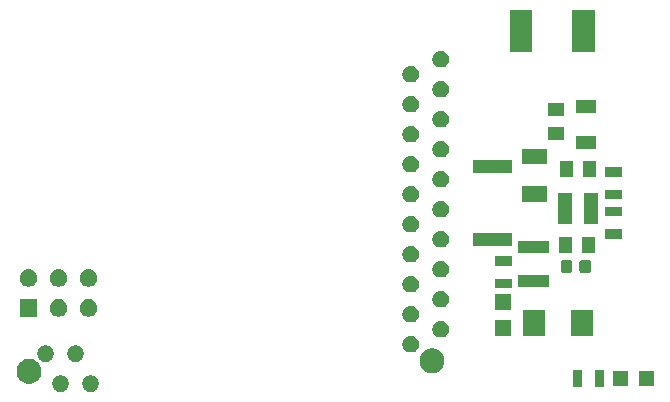
<source format=gbs>
G04 #@! TF.GenerationSoftware,KiCad,Pcbnew,(5.1.4-0-10_14)*
G04 #@! TF.CreationDate,2020-01-14T22:28:18-05:00*
G04 #@! TF.ProjectId,throttle,7468726f-7474-46c6-952e-6b696361645f,rev?*
G04 #@! TF.SameCoordinates,Original*
G04 #@! TF.FileFunction,Soldermask,Bot*
G04 #@! TF.FilePolarity,Negative*
%FSLAX46Y46*%
G04 Gerber Fmt 4.6, Leading zero omitted, Abs format (unit mm)*
G04 Created by KiCad (PCBNEW (5.1.4-0-10_14)) date 2020-01-14 22:28:18*
%MOMM*%
%LPD*%
G04 APERTURE LIST*
%ADD10C,0.100000*%
G04 APERTURE END LIST*
D10*
G36*
X83440273Y-93356738D02*
G01*
X83567849Y-93409582D01*
X83682659Y-93486295D01*
X83780305Y-93583941D01*
X83857018Y-93698751D01*
X83909862Y-93826327D01*
X83936800Y-93961756D01*
X83936800Y-94099844D01*
X83909862Y-94235273D01*
X83857018Y-94362849D01*
X83780305Y-94477659D01*
X83682659Y-94575305D01*
X83567849Y-94652018D01*
X83440273Y-94704862D01*
X83304844Y-94731800D01*
X83166756Y-94731800D01*
X83031327Y-94704862D01*
X82903751Y-94652018D01*
X82788941Y-94575305D01*
X82691295Y-94477659D01*
X82614582Y-94362849D01*
X82561738Y-94235273D01*
X82534800Y-94099844D01*
X82534800Y-93961756D01*
X82561738Y-93826327D01*
X82614582Y-93698751D01*
X82691295Y-93583941D01*
X82788941Y-93486295D01*
X82903751Y-93409582D01*
X83031327Y-93356738D01*
X83166756Y-93329800D01*
X83304844Y-93329800D01*
X83440273Y-93356738D01*
X83440273Y-93356738D01*
G37*
G36*
X80900273Y-93356738D02*
G01*
X81027849Y-93409582D01*
X81142659Y-93486295D01*
X81240305Y-93583941D01*
X81317018Y-93698751D01*
X81369862Y-93826327D01*
X81396800Y-93961756D01*
X81396800Y-94099844D01*
X81369862Y-94235273D01*
X81317018Y-94362849D01*
X81240305Y-94477659D01*
X81142659Y-94575305D01*
X81027849Y-94652018D01*
X80900273Y-94704862D01*
X80764844Y-94731800D01*
X80626756Y-94731800D01*
X80491327Y-94704862D01*
X80363751Y-94652018D01*
X80248941Y-94575305D01*
X80151295Y-94477659D01*
X80074582Y-94362849D01*
X80021738Y-94235273D01*
X79994800Y-94099844D01*
X79994800Y-93961756D01*
X80021738Y-93826327D01*
X80074582Y-93698751D01*
X80151295Y-93583941D01*
X80248941Y-93486295D01*
X80363751Y-93409582D01*
X80491327Y-93356738D01*
X80626756Y-93329800D01*
X80764844Y-93329800D01*
X80900273Y-93356738D01*
X80900273Y-93356738D01*
G37*
G36*
X126747200Y-94302800D02*
G01*
X125945200Y-94302800D01*
X125945200Y-92900800D01*
X126747200Y-92900800D01*
X126747200Y-94302800D01*
X126747200Y-94302800D01*
G37*
G36*
X124847200Y-94302800D02*
G01*
X124045200Y-94302800D01*
X124045200Y-92900800D01*
X124847200Y-92900800D01*
X124847200Y-94302800D01*
X124847200Y-94302800D01*
G37*
G36*
X130947200Y-94252800D02*
G01*
X129645200Y-94252800D01*
X129645200Y-92950800D01*
X130947200Y-92950800D01*
X130947200Y-94252800D01*
X130947200Y-94252800D01*
G37*
G36*
X128747200Y-94252800D02*
G01*
X127445200Y-94252800D01*
X127445200Y-92950800D01*
X128747200Y-92950800D01*
X128747200Y-94252800D01*
X128747200Y-94252800D01*
G37*
G36*
X78332364Y-91980189D02*
G01*
X78523633Y-92059415D01*
X78523635Y-92059416D01*
X78695773Y-92174435D01*
X78842165Y-92320827D01*
X78899453Y-92406564D01*
X78957185Y-92492967D01*
X79036411Y-92684236D01*
X79076800Y-92887284D01*
X79076800Y-93094316D01*
X79036411Y-93297364D01*
X79011817Y-93356739D01*
X78957184Y-93488635D01*
X78842165Y-93660773D01*
X78695773Y-93807165D01*
X78523635Y-93922184D01*
X78523634Y-93922185D01*
X78523633Y-93922185D01*
X78332364Y-94001411D01*
X78129316Y-94041800D01*
X77922284Y-94041800D01*
X77719236Y-94001411D01*
X77527967Y-93922185D01*
X77527966Y-93922185D01*
X77527965Y-93922184D01*
X77355827Y-93807165D01*
X77209435Y-93660773D01*
X77094416Y-93488635D01*
X77039783Y-93356739D01*
X77015189Y-93297364D01*
X76974800Y-93094316D01*
X76974800Y-92887284D01*
X77015189Y-92684236D01*
X77094415Y-92492967D01*
X77152148Y-92406564D01*
X77209435Y-92320827D01*
X77355827Y-92174435D01*
X77527965Y-92059416D01*
X77527967Y-92059415D01*
X77719236Y-91980189D01*
X77922284Y-91939800D01*
X78129316Y-91939800D01*
X78332364Y-91980189D01*
X78332364Y-91980189D01*
G37*
G36*
X112456564Y-91089389D02*
G01*
X112647833Y-91168615D01*
X112647835Y-91168616D01*
X112819973Y-91283635D01*
X112966365Y-91430027D01*
X113053105Y-91559842D01*
X113081385Y-91602167D01*
X113160611Y-91793436D01*
X113201000Y-91996484D01*
X113201000Y-92203516D01*
X113160611Y-92406564D01*
X113081385Y-92597833D01*
X113081384Y-92597835D01*
X112966365Y-92769973D01*
X112819973Y-92916365D01*
X112647835Y-93031384D01*
X112647834Y-93031385D01*
X112647833Y-93031385D01*
X112456564Y-93110611D01*
X112253516Y-93151000D01*
X112046484Y-93151000D01*
X111843436Y-93110611D01*
X111652167Y-93031385D01*
X111652166Y-93031385D01*
X111652165Y-93031384D01*
X111480027Y-92916365D01*
X111333635Y-92769973D01*
X111218616Y-92597835D01*
X111218615Y-92597833D01*
X111139389Y-92406564D01*
X111099000Y-92203516D01*
X111099000Y-91996484D01*
X111139389Y-91793436D01*
X111218615Y-91602167D01*
X111246896Y-91559842D01*
X111333635Y-91430027D01*
X111480027Y-91283635D01*
X111652165Y-91168616D01*
X111652167Y-91168615D01*
X111843436Y-91089389D01*
X112046484Y-91049000D01*
X112253516Y-91049000D01*
X112456564Y-91089389D01*
X112456564Y-91089389D01*
G37*
G36*
X82170273Y-90816738D02*
G01*
X82297849Y-90869582D01*
X82412659Y-90946295D01*
X82510305Y-91043941D01*
X82587018Y-91158751D01*
X82639862Y-91286327D01*
X82666800Y-91421756D01*
X82666800Y-91559844D01*
X82639862Y-91695273D01*
X82587018Y-91822849D01*
X82510305Y-91937659D01*
X82412659Y-92035305D01*
X82297849Y-92112018D01*
X82170273Y-92164862D01*
X82034844Y-92191800D01*
X81896756Y-92191800D01*
X81761327Y-92164862D01*
X81633751Y-92112018D01*
X81518941Y-92035305D01*
X81421295Y-91937659D01*
X81344582Y-91822849D01*
X81291738Y-91695273D01*
X81264800Y-91559844D01*
X81264800Y-91421756D01*
X81291738Y-91286327D01*
X81344582Y-91158751D01*
X81421295Y-91043941D01*
X81518941Y-90946295D01*
X81633751Y-90869582D01*
X81761327Y-90816738D01*
X81896756Y-90789800D01*
X82034844Y-90789800D01*
X82170273Y-90816738D01*
X82170273Y-90816738D01*
G37*
G36*
X79630273Y-90816738D02*
G01*
X79757849Y-90869582D01*
X79872659Y-90946295D01*
X79970305Y-91043941D01*
X80047018Y-91158751D01*
X80099862Y-91286327D01*
X80126800Y-91421756D01*
X80126800Y-91559844D01*
X80099862Y-91695273D01*
X80047018Y-91822849D01*
X79970305Y-91937659D01*
X79872659Y-92035305D01*
X79757849Y-92112018D01*
X79630273Y-92164862D01*
X79494844Y-92191800D01*
X79356756Y-92191800D01*
X79221327Y-92164862D01*
X79093751Y-92112018D01*
X78978941Y-92035305D01*
X78881295Y-91937659D01*
X78804582Y-91822849D01*
X78751738Y-91695273D01*
X78724800Y-91559844D01*
X78724800Y-91421756D01*
X78751738Y-91286327D01*
X78804582Y-91158751D01*
X78881295Y-91043941D01*
X78978941Y-90946295D01*
X79093751Y-90869582D01*
X79221327Y-90816738D01*
X79356756Y-90789800D01*
X79494844Y-90789800D01*
X79630273Y-90816738D01*
X79630273Y-90816738D01*
G37*
G36*
X110554473Y-90025938D02*
G01*
X110682049Y-90078782D01*
X110796859Y-90155495D01*
X110894505Y-90253141D01*
X110971218Y-90367951D01*
X111024062Y-90495527D01*
X111051000Y-90630956D01*
X111051000Y-90769044D01*
X111024062Y-90904473D01*
X110971218Y-91032049D01*
X110894505Y-91146859D01*
X110796859Y-91244505D01*
X110682049Y-91321218D01*
X110554473Y-91374062D01*
X110419044Y-91401000D01*
X110280956Y-91401000D01*
X110145527Y-91374062D01*
X110017951Y-91321218D01*
X109903141Y-91244505D01*
X109805495Y-91146859D01*
X109728782Y-91032049D01*
X109675938Y-90904473D01*
X109649000Y-90769044D01*
X109649000Y-90630956D01*
X109675938Y-90495527D01*
X109728782Y-90367951D01*
X109805495Y-90253141D01*
X109903141Y-90155495D01*
X110017951Y-90078782D01*
X110145527Y-90025938D01*
X110280956Y-89999000D01*
X110419044Y-89999000D01*
X110554473Y-90025938D01*
X110554473Y-90025938D01*
G37*
G36*
X113094473Y-88755938D02*
G01*
X113222049Y-88808782D01*
X113336859Y-88885495D01*
X113434505Y-88983141D01*
X113511218Y-89097951D01*
X113564062Y-89225527D01*
X113591000Y-89360956D01*
X113591000Y-89499044D01*
X113564062Y-89634473D01*
X113511218Y-89762049D01*
X113434505Y-89876859D01*
X113336859Y-89974505D01*
X113222049Y-90051218D01*
X113094473Y-90104062D01*
X112959044Y-90131000D01*
X112820956Y-90131000D01*
X112685527Y-90104062D01*
X112557951Y-90051218D01*
X112443141Y-89974505D01*
X112345495Y-89876859D01*
X112268782Y-89762049D01*
X112215938Y-89634473D01*
X112189000Y-89499044D01*
X112189000Y-89360956D01*
X112215938Y-89225527D01*
X112268782Y-89097951D01*
X112345495Y-88983141D01*
X112443141Y-88885495D01*
X112557951Y-88808782D01*
X112685527Y-88755938D01*
X112820956Y-88729000D01*
X112959044Y-88729000D01*
X113094473Y-88755938D01*
X113094473Y-88755938D01*
G37*
G36*
X121697300Y-90046300D02*
G01*
X119817300Y-90046300D01*
X119817300Y-87785300D01*
X121697300Y-87785300D01*
X121697300Y-90046300D01*
X121697300Y-90046300D01*
G37*
G36*
X125761300Y-90046300D02*
G01*
X123881300Y-90046300D01*
X123881300Y-87785300D01*
X125761300Y-87785300D01*
X125761300Y-90046300D01*
X125761300Y-90046300D01*
G37*
G36*
X118811800Y-89965200D02*
G01*
X117509800Y-89965200D01*
X117509800Y-88663200D01*
X118811800Y-88663200D01*
X118811800Y-89965200D01*
X118811800Y-89965200D01*
G37*
G36*
X110554473Y-87485938D02*
G01*
X110682049Y-87538782D01*
X110796859Y-87615495D01*
X110894505Y-87713141D01*
X110971218Y-87827951D01*
X111024062Y-87955527D01*
X111051000Y-88090956D01*
X111051000Y-88229044D01*
X111024062Y-88364473D01*
X110971218Y-88492049D01*
X110894505Y-88606859D01*
X110796859Y-88704505D01*
X110682049Y-88781218D01*
X110554473Y-88834062D01*
X110419044Y-88861000D01*
X110280956Y-88861000D01*
X110145527Y-88834062D01*
X110017951Y-88781218D01*
X109903141Y-88704505D01*
X109805495Y-88606859D01*
X109728782Y-88492049D01*
X109675938Y-88364473D01*
X109649000Y-88229044D01*
X109649000Y-88090956D01*
X109675938Y-87955527D01*
X109728782Y-87827951D01*
X109805495Y-87713141D01*
X109903141Y-87615495D01*
X110017951Y-87538782D01*
X110145527Y-87485938D01*
X110280956Y-87459000D01*
X110419044Y-87459000D01*
X110554473Y-87485938D01*
X110554473Y-87485938D01*
G37*
G36*
X83277059Y-86907860D02*
G01*
X83413732Y-86964472D01*
X83536735Y-87046660D01*
X83641340Y-87151265D01*
X83688636Y-87222049D01*
X83723529Y-87274270D01*
X83780140Y-87410941D01*
X83784827Y-87434502D01*
X83809000Y-87556033D01*
X83809000Y-87703967D01*
X83780140Y-87849059D01*
X83723528Y-87985732D01*
X83641340Y-88108735D01*
X83536735Y-88213340D01*
X83413732Y-88295528D01*
X83413731Y-88295529D01*
X83413730Y-88295529D01*
X83277059Y-88352140D01*
X83131968Y-88381000D01*
X82984032Y-88381000D01*
X82838941Y-88352140D01*
X82702270Y-88295529D01*
X82702269Y-88295529D01*
X82702268Y-88295528D01*
X82579265Y-88213340D01*
X82474660Y-88108735D01*
X82392472Y-87985732D01*
X82335860Y-87849059D01*
X82307000Y-87703967D01*
X82307000Y-87556033D01*
X82331174Y-87434502D01*
X82335860Y-87410941D01*
X82392471Y-87274270D01*
X82427364Y-87222049D01*
X82474660Y-87151265D01*
X82579265Y-87046660D01*
X82702268Y-86964472D01*
X82838941Y-86907860D01*
X82984032Y-86879000D01*
X83131968Y-86879000D01*
X83277059Y-86907860D01*
X83277059Y-86907860D01*
G37*
G36*
X80737059Y-86907860D02*
G01*
X80873732Y-86964472D01*
X80996735Y-87046660D01*
X81101340Y-87151265D01*
X81148636Y-87222049D01*
X81183529Y-87274270D01*
X81240140Y-87410941D01*
X81244827Y-87434502D01*
X81269000Y-87556033D01*
X81269000Y-87703967D01*
X81240140Y-87849059D01*
X81183528Y-87985732D01*
X81101340Y-88108735D01*
X80996735Y-88213340D01*
X80873732Y-88295528D01*
X80873731Y-88295529D01*
X80873730Y-88295529D01*
X80737059Y-88352140D01*
X80591968Y-88381000D01*
X80444032Y-88381000D01*
X80298941Y-88352140D01*
X80162270Y-88295529D01*
X80162269Y-88295529D01*
X80162268Y-88295528D01*
X80039265Y-88213340D01*
X79934660Y-88108735D01*
X79852472Y-87985732D01*
X79795860Y-87849059D01*
X79767000Y-87703967D01*
X79767000Y-87556033D01*
X79791174Y-87434502D01*
X79795860Y-87410941D01*
X79852471Y-87274270D01*
X79887364Y-87222049D01*
X79934660Y-87151265D01*
X80039265Y-87046660D01*
X80162268Y-86964472D01*
X80298941Y-86907860D01*
X80444032Y-86879000D01*
X80591968Y-86879000D01*
X80737059Y-86907860D01*
X80737059Y-86907860D01*
G37*
G36*
X78729000Y-88381000D02*
G01*
X77227000Y-88381000D01*
X77227000Y-86879000D01*
X78729000Y-86879000D01*
X78729000Y-88381000D01*
X78729000Y-88381000D01*
G37*
G36*
X118811800Y-87765200D02*
G01*
X117509800Y-87765200D01*
X117509800Y-86463200D01*
X118811800Y-86463200D01*
X118811800Y-87765200D01*
X118811800Y-87765200D01*
G37*
G36*
X113094473Y-86215938D02*
G01*
X113222049Y-86268782D01*
X113336859Y-86345495D01*
X113434505Y-86443141D01*
X113511218Y-86557951D01*
X113564062Y-86685527D01*
X113591000Y-86820956D01*
X113591000Y-86959044D01*
X113564062Y-87094473D01*
X113511218Y-87222049D01*
X113434505Y-87336859D01*
X113336859Y-87434505D01*
X113222049Y-87511218D01*
X113094473Y-87564062D01*
X112959044Y-87591000D01*
X112820956Y-87591000D01*
X112685527Y-87564062D01*
X112557951Y-87511218D01*
X112443141Y-87434505D01*
X112345495Y-87336859D01*
X112268782Y-87222049D01*
X112215938Y-87094473D01*
X112189000Y-86959044D01*
X112189000Y-86820956D01*
X112215938Y-86685527D01*
X112268782Y-86557951D01*
X112345495Y-86443141D01*
X112443141Y-86345495D01*
X112557951Y-86268782D01*
X112685527Y-86215938D01*
X112820956Y-86189000D01*
X112959044Y-86189000D01*
X113094473Y-86215938D01*
X113094473Y-86215938D01*
G37*
G36*
X110554473Y-84945938D02*
G01*
X110682049Y-84998782D01*
X110796859Y-85075495D01*
X110894505Y-85173141D01*
X110971218Y-85287951D01*
X111024062Y-85415527D01*
X111051000Y-85550956D01*
X111051000Y-85689044D01*
X111024062Y-85824473D01*
X110971218Y-85952049D01*
X110894505Y-86066859D01*
X110796859Y-86164505D01*
X110682049Y-86241218D01*
X110554473Y-86294062D01*
X110419044Y-86321000D01*
X110280956Y-86321000D01*
X110145527Y-86294062D01*
X110017951Y-86241218D01*
X109903141Y-86164505D01*
X109805495Y-86066859D01*
X109728782Y-85952049D01*
X109675938Y-85824473D01*
X109649000Y-85689044D01*
X109649000Y-85550956D01*
X109675938Y-85415527D01*
X109728782Y-85287951D01*
X109805495Y-85173141D01*
X109903141Y-85075495D01*
X110017951Y-84998782D01*
X110145527Y-84945938D01*
X110280956Y-84919000D01*
X110419044Y-84919000D01*
X110554473Y-84945938D01*
X110554473Y-84945938D01*
G37*
G36*
X118887200Y-85968600D02*
G01*
X117485200Y-85968600D01*
X117485200Y-85166600D01*
X118887200Y-85166600D01*
X118887200Y-85968600D01*
X118887200Y-85968600D01*
G37*
G36*
X122058300Y-85850300D02*
G01*
X119456300Y-85850300D01*
X119456300Y-84848300D01*
X122058300Y-84848300D01*
X122058300Y-85850300D01*
X122058300Y-85850300D01*
G37*
G36*
X83277059Y-84367860D02*
G01*
X83353421Y-84399490D01*
X83413732Y-84424472D01*
X83536735Y-84506660D01*
X83641340Y-84611265D01*
X83688636Y-84682049D01*
X83723529Y-84734270D01*
X83780140Y-84870941D01*
X83784827Y-84894502D01*
X83809000Y-85016033D01*
X83809000Y-85163967D01*
X83780140Y-85309059D01*
X83723528Y-85445732D01*
X83641340Y-85568735D01*
X83536735Y-85673340D01*
X83413732Y-85755528D01*
X83413731Y-85755529D01*
X83413730Y-85755529D01*
X83277059Y-85812140D01*
X83131968Y-85841000D01*
X82984032Y-85841000D01*
X82838941Y-85812140D01*
X82702270Y-85755529D01*
X82702269Y-85755529D01*
X82702268Y-85755528D01*
X82579265Y-85673340D01*
X82474660Y-85568735D01*
X82392472Y-85445732D01*
X82335860Y-85309059D01*
X82307000Y-85163967D01*
X82307000Y-85016033D01*
X82331174Y-84894502D01*
X82335860Y-84870941D01*
X82392471Y-84734270D01*
X82427364Y-84682049D01*
X82474660Y-84611265D01*
X82579265Y-84506660D01*
X82702268Y-84424472D01*
X82762580Y-84399490D01*
X82838941Y-84367860D01*
X82984032Y-84339000D01*
X83131968Y-84339000D01*
X83277059Y-84367860D01*
X83277059Y-84367860D01*
G37*
G36*
X80737059Y-84367860D02*
G01*
X80813421Y-84399490D01*
X80873732Y-84424472D01*
X80996735Y-84506660D01*
X81101340Y-84611265D01*
X81148636Y-84682049D01*
X81183529Y-84734270D01*
X81240140Y-84870941D01*
X81244827Y-84894502D01*
X81269000Y-85016033D01*
X81269000Y-85163967D01*
X81240140Y-85309059D01*
X81183528Y-85445732D01*
X81101340Y-85568735D01*
X80996735Y-85673340D01*
X80873732Y-85755528D01*
X80873731Y-85755529D01*
X80873730Y-85755529D01*
X80737059Y-85812140D01*
X80591968Y-85841000D01*
X80444032Y-85841000D01*
X80298941Y-85812140D01*
X80162270Y-85755529D01*
X80162269Y-85755529D01*
X80162268Y-85755528D01*
X80039265Y-85673340D01*
X79934660Y-85568735D01*
X79852472Y-85445732D01*
X79795860Y-85309059D01*
X79767000Y-85163967D01*
X79767000Y-85016033D01*
X79791174Y-84894502D01*
X79795860Y-84870941D01*
X79852471Y-84734270D01*
X79887364Y-84682049D01*
X79934660Y-84611265D01*
X80039265Y-84506660D01*
X80162268Y-84424472D01*
X80222580Y-84399490D01*
X80298941Y-84367860D01*
X80444032Y-84339000D01*
X80591968Y-84339000D01*
X80737059Y-84367860D01*
X80737059Y-84367860D01*
G37*
G36*
X78197059Y-84367860D02*
G01*
X78273421Y-84399490D01*
X78333732Y-84424472D01*
X78456735Y-84506660D01*
X78561340Y-84611265D01*
X78608636Y-84682049D01*
X78643529Y-84734270D01*
X78700140Y-84870941D01*
X78704827Y-84894502D01*
X78729000Y-85016033D01*
X78729000Y-85163967D01*
X78700140Y-85309059D01*
X78643528Y-85445732D01*
X78561340Y-85568735D01*
X78456735Y-85673340D01*
X78333732Y-85755528D01*
X78333731Y-85755529D01*
X78333730Y-85755529D01*
X78197059Y-85812140D01*
X78051968Y-85841000D01*
X77904032Y-85841000D01*
X77758941Y-85812140D01*
X77622270Y-85755529D01*
X77622269Y-85755529D01*
X77622268Y-85755528D01*
X77499265Y-85673340D01*
X77394660Y-85568735D01*
X77312472Y-85445732D01*
X77255860Y-85309059D01*
X77227000Y-85163967D01*
X77227000Y-85016033D01*
X77251174Y-84894502D01*
X77255860Y-84870941D01*
X77312471Y-84734270D01*
X77347364Y-84682049D01*
X77394660Y-84611265D01*
X77499265Y-84506660D01*
X77622268Y-84424472D01*
X77682580Y-84399490D01*
X77758941Y-84367860D01*
X77904032Y-84339000D01*
X78051968Y-84339000D01*
X78197059Y-84367860D01*
X78197059Y-84367860D01*
G37*
G36*
X113094473Y-83675938D02*
G01*
X113222049Y-83728782D01*
X113336859Y-83805495D01*
X113434505Y-83903141D01*
X113511218Y-84017951D01*
X113564062Y-84145527D01*
X113591000Y-84280956D01*
X113591000Y-84419044D01*
X113564062Y-84554473D01*
X113511218Y-84682049D01*
X113434505Y-84796859D01*
X113336859Y-84894505D01*
X113222049Y-84971218D01*
X113094473Y-85024062D01*
X112959044Y-85051000D01*
X112820956Y-85051000D01*
X112685527Y-85024062D01*
X112557951Y-84971218D01*
X112443141Y-84894505D01*
X112345495Y-84796859D01*
X112268782Y-84682049D01*
X112215938Y-84554473D01*
X112189000Y-84419044D01*
X112189000Y-84280956D01*
X112215938Y-84145527D01*
X112268782Y-84017951D01*
X112345495Y-83903141D01*
X112443141Y-83805495D01*
X112557951Y-83728782D01*
X112685527Y-83675938D01*
X112820956Y-83649000D01*
X112959044Y-83649000D01*
X113094473Y-83675938D01*
X113094473Y-83675938D01*
G37*
G36*
X123888211Y-83595825D02*
G01*
X123922189Y-83606133D01*
X123953510Y-83622874D01*
X123980959Y-83645401D01*
X124003486Y-83672850D01*
X124020227Y-83704171D01*
X124030535Y-83738149D01*
X124034620Y-83779630D01*
X124034620Y-84455850D01*
X124030535Y-84497331D01*
X124020227Y-84531309D01*
X124003486Y-84562630D01*
X123980959Y-84590079D01*
X123953510Y-84612606D01*
X123922189Y-84629347D01*
X123888211Y-84639655D01*
X123846730Y-84643740D01*
X123245510Y-84643740D01*
X123204029Y-84639655D01*
X123170051Y-84629347D01*
X123138730Y-84612606D01*
X123111281Y-84590079D01*
X123088754Y-84562630D01*
X123072013Y-84531309D01*
X123061705Y-84497331D01*
X123057620Y-84455850D01*
X123057620Y-83779630D01*
X123061705Y-83738149D01*
X123072013Y-83704171D01*
X123088754Y-83672850D01*
X123111281Y-83645401D01*
X123138730Y-83622874D01*
X123170051Y-83606133D01*
X123204029Y-83595825D01*
X123245510Y-83591740D01*
X123846730Y-83591740D01*
X123888211Y-83595825D01*
X123888211Y-83595825D01*
G37*
G36*
X125463211Y-83595825D02*
G01*
X125497189Y-83606133D01*
X125528510Y-83622874D01*
X125555959Y-83645401D01*
X125578486Y-83672850D01*
X125595227Y-83704171D01*
X125605535Y-83738149D01*
X125609620Y-83779630D01*
X125609620Y-84455850D01*
X125605535Y-84497331D01*
X125595227Y-84531309D01*
X125578486Y-84562630D01*
X125555959Y-84590079D01*
X125528510Y-84612606D01*
X125497189Y-84629347D01*
X125463211Y-84639655D01*
X125421730Y-84643740D01*
X124820510Y-84643740D01*
X124779029Y-84639655D01*
X124745051Y-84629347D01*
X124713730Y-84612606D01*
X124686281Y-84590079D01*
X124663754Y-84562630D01*
X124647013Y-84531309D01*
X124636705Y-84497331D01*
X124632620Y-84455850D01*
X124632620Y-83779630D01*
X124636705Y-83738149D01*
X124647013Y-83704171D01*
X124663754Y-83672850D01*
X124686281Y-83645401D01*
X124713730Y-83622874D01*
X124745051Y-83606133D01*
X124779029Y-83595825D01*
X124820510Y-83591740D01*
X125421730Y-83591740D01*
X125463211Y-83595825D01*
X125463211Y-83595825D01*
G37*
G36*
X118887200Y-84068600D02*
G01*
X117485200Y-84068600D01*
X117485200Y-83266600D01*
X118887200Y-83266600D01*
X118887200Y-84068600D01*
X118887200Y-84068600D01*
G37*
G36*
X110554473Y-82405938D02*
G01*
X110682049Y-82458782D01*
X110796859Y-82535495D01*
X110894505Y-82633141D01*
X110971218Y-82747951D01*
X111024062Y-82875527D01*
X111051000Y-83010956D01*
X111051000Y-83149044D01*
X111024062Y-83284473D01*
X110971218Y-83412049D01*
X110894505Y-83526859D01*
X110796859Y-83624505D01*
X110682049Y-83701218D01*
X110554473Y-83754062D01*
X110419044Y-83781000D01*
X110280956Y-83781000D01*
X110145527Y-83754062D01*
X110017951Y-83701218D01*
X109903141Y-83624505D01*
X109805495Y-83526859D01*
X109728782Y-83412049D01*
X109675938Y-83284473D01*
X109649000Y-83149044D01*
X109649000Y-83010956D01*
X109675938Y-82875527D01*
X109728782Y-82747951D01*
X109805495Y-82633141D01*
X109903141Y-82535495D01*
X110017951Y-82458782D01*
X110145527Y-82405938D01*
X110280956Y-82379000D01*
X110419044Y-82379000D01*
X110554473Y-82405938D01*
X110554473Y-82405938D01*
G37*
G36*
X125975300Y-82987800D02*
G01*
X124873300Y-82987800D01*
X124873300Y-81635800D01*
X125975300Y-81635800D01*
X125975300Y-82987800D01*
X125975300Y-82987800D01*
G37*
G36*
X123975300Y-82987800D02*
G01*
X122873300Y-82987800D01*
X122873300Y-81635800D01*
X123975300Y-81635800D01*
X123975300Y-82987800D01*
X123975300Y-82987800D01*
G37*
G36*
X122058300Y-82950300D02*
G01*
X119456300Y-82950300D01*
X119456300Y-81948300D01*
X122058300Y-81948300D01*
X122058300Y-82950300D01*
X122058300Y-82950300D01*
G37*
G36*
X113094473Y-81135938D02*
G01*
X113222049Y-81188782D01*
X113336859Y-81265495D01*
X113434505Y-81363141D01*
X113511218Y-81477951D01*
X113564062Y-81605527D01*
X113591000Y-81740956D01*
X113591000Y-81879044D01*
X113564062Y-82014473D01*
X113511218Y-82142049D01*
X113434505Y-82256859D01*
X113336859Y-82354505D01*
X113222049Y-82431218D01*
X113094473Y-82484062D01*
X112959044Y-82511000D01*
X112820956Y-82511000D01*
X112685527Y-82484062D01*
X112557951Y-82431218D01*
X112443141Y-82354505D01*
X112345495Y-82256859D01*
X112268782Y-82142049D01*
X112215938Y-82014473D01*
X112189000Y-81879044D01*
X112189000Y-81740956D01*
X112215938Y-81605527D01*
X112268782Y-81477951D01*
X112345495Y-81363141D01*
X112443141Y-81265495D01*
X112557951Y-81188782D01*
X112685527Y-81135938D01*
X112820956Y-81109000D01*
X112959044Y-81109000D01*
X113094473Y-81135938D01*
X113094473Y-81135938D01*
G37*
G36*
X118897400Y-82391000D02*
G01*
X115595400Y-82391000D01*
X115595400Y-81289000D01*
X118897400Y-81289000D01*
X118897400Y-82391000D01*
X118897400Y-82391000D01*
G37*
G36*
X128222320Y-81762880D02*
G01*
X126820320Y-81762880D01*
X126820320Y-80960880D01*
X128222320Y-80960880D01*
X128222320Y-81762880D01*
X128222320Y-81762880D01*
G37*
G36*
X110554473Y-79865938D02*
G01*
X110682049Y-79918782D01*
X110796859Y-79995495D01*
X110894505Y-80093141D01*
X110971218Y-80207951D01*
X111024062Y-80335527D01*
X111051000Y-80470956D01*
X111051000Y-80609044D01*
X111024062Y-80744473D01*
X110971218Y-80872049D01*
X110894505Y-80986859D01*
X110796859Y-81084505D01*
X110682049Y-81161218D01*
X110554473Y-81214062D01*
X110419044Y-81241000D01*
X110280956Y-81241000D01*
X110145527Y-81214062D01*
X110017951Y-81161218D01*
X109903141Y-81084505D01*
X109805495Y-80986859D01*
X109728782Y-80872049D01*
X109675938Y-80744473D01*
X109649000Y-80609044D01*
X109649000Y-80470956D01*
X109675938Y-80335527D01*
X109728782Y-80207951D01*
X109805495Y-80093141D01*
X109903141Y-79995495D01*
X110017951Y-79918782D01*
X110145527Y-79865938D01*
X110280956Y-79839000D01*
X110419044Y-79839000D01*
X110554473Y-79865938D01*
X110554473Y-79865938D01*
G37*
G36*
X124000000Y-80518500D02*
G01*
X122838000Y-80518500D01*
X122838000Y-77866500D01*
X124000000Y-77866500D01*
X124000000Y-80518500D01*
X124000000Y-80518500D01*
G37*
G36*
X126200000Y-80518500D02*
G01*
X125038000Y-80518500D01*
X125038000Y-77866500D01*
X126200000Y-77866500D01*
X126200000Y-80518500D01*
X126200000Y-80518500D01*
G37*
G36*
X113094473Y-78595938D02*
G01*
X113222049Y-78648782D01*
X113336859Y-78725495D01*
X113434505Y-78823141D01*
X113511218Y-78937951D01*
X113564062Y-79065527D01*
X113591000Y-79200956D01*
X113591000Y-79339044D01*
X113564062Y-79474473D01*
X113511218Y-79602049D01*
X113434505Y-79716859D01*
X113336859Y-79814505D01*
X113222049Y-79891218D01*
X113094473Y-79944062D01*
X112959044Y-79971000D01*
X112820956Y-79971000D01*
X112685527Y-79944062D01*
X112557951Y-79891218D01*
X112443141Y-79814505D01*
X112345495Y-79716859D01*
X112268782Y-79602049D01*
X112215938Y-79474473D01*
X112189000Y-79339044D01*
X112189000Y-79200956D01*
X112215938Y-79065527D01*
X112268782Y-78937951D01*
X112345495Y-78823141D01*
X112443141Y-78725495D01*
X112557951Y-78648782D01*
X112685527Y-78595938D01*
X112820956Y-78569000D01*
X112959044Y-78569000D01*
X113094473Y-78595938D01*
X113094473Y-78595938D01*
G37*
G36*
X128222320Y-79862880D02*
G01*
X126820320Y-79862880D01*
X126820320Y-79060880D01*
X128222320Y-79060880D01*
X128222320Y-79862880D01*
X128222320Y-79862880D01*
G37*
G36*
X110554473Y-77325938D02*
G01*
X110682049Y-77378782D01*
X110796859Y-77455495D01*
X110894505Y-77553141D01*
X110971218Y-77667951D01*
X111024062Y-77795527D01*
X111051000Y-77930956D01*
X111051000Y-78069044D01*
X111024062Y-78204473D01*
X110971218Y-78332049D01*
X110894505Y-78446859D01*
X110796859Y-78544505D01*
X110682049Y-78621218D01*
X110554473Y-78674062D01*
X110419044Y-78701000D01*
X110280956Y-78701000D01*
X110145527Y-78674062D01*
X110017951Y-78621218D01*
X109903141Y-78544505D01*
X109805495Y-78446859D01*
X109728782Y-78332049D01*
X109675938Y-78204473D01*
X109649000Y-78069044D01*
X109649000Y-77930956D01*
X109675938Y-77795527D01*
X109728782Y-77667951D01*
X109805495Y-77553141D01*
X109903141Y-77455495D01*
X110017951Y-77378782D01*
X110145527Y-77325938D01*
X110280956Y-77299000D01*
X110419044Y-77299000D01*
X110554473Y-77325938D01*
X110554473Y-77325938D01*
G37*
G36*
X121869260Y-78644400D02*
G01*
X119767260Y-78644400D01*
X119767260Y-77342400D01*
X121869260Y-77342400D01*
X121869260Y-78644400D01*
X121869260Y-78644400D01*
G37*
G36*
X128209000Y-78429800D02*
G01*
X126807000Y-78429800D01*
X126807000Y-77627800D01*
X128209000Y-77627800D01*
X128209000Y-78429800D01*
X128209000Y-78429800D01*
G37*
G36*
X113094473Y-76055938D02*
G01*
X113222049Y-76108782D01*
X113336859Y-76185495D01*
X113434505Y-76283141D01*
X113511218Y-76397951D01*
X113564062Y-76525527D01*
X113591000Y-76660956D01*
X113591000Y-76799044D01*
X113564062Y-76934473D01*
X113511218Y-77062049D01*
X113434505Y-77176859D01*
X113336859Y-77274505D01*
X113222049Y-77351218D01*
X113094473Y-77404062D01*
X112959044Y-77431000D01*
X112820956Y-77431000D01*
X112685527Y-77404062D01*
X112557951Y-77351218D01*
X112443141Y-77274505D01*
X112345495Y-77176859D01*
X112268782Y-77062049D01*
X112215938Y-76934473D01*
X112189000Y-76799044D01*
X112189000Y-76660956D01*
X112215938Y-76525527D01*
X112268782Y-76397951D01*
X112345495Y-76283141D01*
X112443141Y-76185495D01*
X112557951Y-76108782D01*
X112685527Y-76055938D01*
X112820956Y-76029000D01*
X112959044Y-76029000D01*
X113094473Y-76055938D01*
X113094473Y-76055938D01*
G37*
G36*
X124054800Y-76574300D02*
G01*
X122952800Y-76574300D01*
X122952800Y-75222300D01*
X124054800Y-75222300D01*
X124054800Y-76574300D01*
X124054800Y-76574300D01*
G37*
G36*
X126054800Y-76574300D02*
G01*
X124952800Y-76574300D01*
X124952800Y-75222300D01*
X126054800Y-75222300D01*
X126054800Y-76574300D01*
X126054800Y-76574300D01*
G37*
G36*
X128209000Y-76529800D02*
G01*
X126807000Y-76529800D01*
X126807000Y-75727800D01*
X128209000Y-75727800D01*
X128209000Y-76529800D01*
X128209000Y-76529800D01*
G37*
G36*
X118897400Y-76191000D02*
G01*
X115595400Y-76191000D01*
X115595400Y-75089000D01*
X118897400Y-75089000D01*
X118897400Y-76191000D01*
X118897400Y-76191000D01*
G37*
G36*
X110554473Y-74785938D02*
G01*
X110682049Y-74838782D01*
X110796859Y-74915495D01*
X110894505Y-75013141D01*
X110971218Y-75127951D01*
X111024062Y-75255527D01*
X111051000Y-75390956D01*
X111051000Y-75529044D01*
X111024062Y-75664473D01*
X110971218Y-75792049D01*
X110894505Y-75906859D01*
X110796859Y-76004505D01*
X110682049Y-76081218D01*
X110554473Y-76134062D01*
X110419044Y-76161000D01*
X110280956Y-76161000D01*
X110145527Y-76134062D01*
X110017951Y-76081218D01*
X109903141Y-76004505D01*
X109805495Y-75906859D01*
X109728782Y-75792049D01*
X109675938Y-75664473D01*
X109649000Y-75529044D01*
X109649000Y-75390956D01*
X109675938Y-75255527D01*
X109728782Y-75127951D01*
X109805495Y-75013141D01*
X109903141Y-74915495D01*
X110017951Y-74838782D01*
X110145527Y-74785938D01*
X110280956Y-74759000D01*
X110419044Y-74759000D01*
X110554473Y-74785938D01*
X110554473Y-74785938D01*
G37*
G36*
X121869260Y-75444400D02*
G01*
X119767260Y-75444400D01*
X119767260Y-74142400D01*
X121869260Y-74142400D01*
X121869260Y-75444400D01*
X121869260Y-75444400D01*
G37*
G36*
X113094473Y-73515938D02*
G01*
X113222049Y-73568782D01*
X113336859Y-73645495D01*
X113434505Y-73743141D01*
X113511218Y-73857951D01*
X113564062Y-73985527D01*
X113591000Y-74120956D01*
X113591000Y-74259044D01*
X113564062Y-74394473D01*
X113511218Y-74522049D01*
X113434505Y-74636859D01*
X113336859Y-74734505D01*
X113222049Y-74811218D01*
X113094473Y-74864062D01*
X112959044Y-74891000D01*
X112820956Y-74891000D01*
X112685527Y-74864062D01*
X112557951Y-74811218D01*
X112443141Y-74734505D01*
X112345495Y-74636859D01*
X112268782Y-74522049D01*
X112215938Y-74394473D01*
X112189000Y-74259044D01*
X112189000Y-74120956D01*
X112215938Y-73985527D01*
X112268782Y-73857951D01*
X112345495Y-73743141D01*
X112443141Y-73645495D01*
X112557951Y-73568782D01*
X112685527Y-73515938D01*
X112820956Y-73489000D01*
X112959044Y-73489000D01*
X113094473Y-73515938D01*
X113094473Y-73515938D01*
G37*
G36*
X126073000Y-74163000D02*
G01*
X124371000Y-74163000D01*
X124371000Y-73061000D01*
X126073000Y-73061000D01*
X126073000Y-74163000D01*
X126073000Y-74163000D01*
G37*
G36*
X110554473Y-72245938D02*
G01*
X110682049Y-72298782D01*
X110796859Y-72375495D01*
X110894505Y-72473141D01*
X110971218Y-72587951D01*
X111024062Y-72715527D01*
X111051000Y-72850956D01*
X111051000Y-72989044D01*
X111024062Y-73124473D01*
X110971218Y-73252049D01*
X110894505Y-73366859D01*
X110796859Y-73464505D01*
X110682049Y-73541218D01*
X110554473Y-73594062D01*
X110419044Y-73621000D01*
X110280956Y-73621000D01*
X110145527Y-73594062D01*
X110017951Y-73541218D01*
X109903141Y-73464505D01*
X109805495Y-73366859D01*
X109728782Y-73252049D01*
X109675938Y-73124473D01*
X109649000Y-72989044D01*
X109649000Y-72850956D01*
X109675938Y-72715527D01*
X109728782Y-72587951D01*
X109805495Y-72473141D01*
X109903141Y-72375495D01*
X110017951Y-72298782D01*
X110145527Y-72245938D01*
X110280956Y-72219000D01*
X110419044Y-72219000D01*
X110554473Y-72245938D01*
X110554473Y-72245938D01*
G37*
G36*
X123358000Y-73417000D02*
G01*
X122006000Y-73417000D01*
X122006000Y-72315000D01*
X123358000Y-72315000D01*
X123358000Y-73417000D01*
X123358000Y-73417000D01*
G37*
G36*
X113094473Y-70975938D02*
G01*
X113222049Y-71028782D01*
X113336859Y-71105495D01*
X113434505Y-71203141D01*
X113511218Y-71317951D01*
X113564062Y-71445527D01*
X113591000Y-71580956D01*
X113591000Y-71719044D01*
X113564062Y-71854473D01*
X113511218Y-71982049D01*
X113434505Y-72096859D01*
X113336859Y-72194505D01*
X113222049Y-72271218D01*
X113094473Y-72324062D01*
X112959044Y-72351000D01*
X112820956Y-72351000D01*
X112685527Y-72324062D01*
X112557951Y-72271218D01*
X112443141Y-72194505D01*
X112345495Y-72096859D01*
X112268782Y-71982049D01*
X112215938Y-71854473D01*
X112189000Y-71719044D01*
X112189000Y-71580956D01*
X112215938Y-71445527D01*
X112268782Y-71317951D01*
X112345495Y-71203141D01*
X112443141Y-71105495D01*
X112557951Y-71028782D01*
X112685527Y-70975938D01*
X112820956Y-70949000D01*
X112959044Y-70949000D01*
X113094473Y-70975938D01*
X113094473Y-70975938D01*
G37*
G36*
X123358000Y-71417000D02*
G01*
X122006000Y-71417000D01*
X122006000Y-70315000D01*
X123358000Y-70315000D01*
X123358000Y-71417000D01*
X123358000Y-71417000D01*
G37*
G36*
X126073000Y-71163000D02*
G01*
X124371000Y-71163000D01*
X124371000Y-70061000D01*
X126073000Y-70061000D01*
X126073000Y-71163000D01*
X126073000Y-71163000D01*
G37*
G36*
X110554473Y-69705938D02*
G01*
X110682049Y-69758782D01*
X110796859Y-69835495D01*
X110894505Y-69933141D01*
X110971218Y-70047951D01*
X111024062Y-70175527D01*
X111051000Y-70310956D01*
X111051000Y-70449044D01*
X111024062Y-70584473D01*
X110971218Y-70712049D01*
X110894505Y-70826859D01*
X110796859Y-70924505D01*
X110682049Y-71001218D01*
X110554473Y-71054062D01*
X110419044Y-71081000D01*
X110280956Y-71081000D01*
X110145527Y-71054062D01*
X110017951Y-71001218D01*
X109903141Y-70924505D01*
X109805495Y-70826859D01*
X109728782Y-70712049D01*
X109675938Y-70584473D01*
X109649000Y-70449044D01*
X109649000Y-70310956D01*
X109675938Y-70175527D01*
X109728782Y-70047951D01*
X109805495Y-69933141D01*
X109903141Y-69835495D01*
X110017951Y-69758782D01*
X110145527Y-69705938D01*
X110280956Y-69679000D01*
X110419044Y-69679000D01*
X110554473Y-69705938D01*
X110554473Y-69705938D01*
G37*
G36*
X113094473Y-68435938D02*
G01*
X113222049Y-68488782D01*
X113336859Y-68565495D01*
X113434505Y-68663141D01*
X113511218Y-68777951D01*
X113564062Y-68905527D01*
X113591000Y-69040956D01*
X113591000Y-69179044D01*
X113564062Y-69314473D01*
X113511218Y-69442049D01*
X113434505Y-69556859D01*
X113336859Y-69654505D01*
X113222049Y-69731218D01*
X113094473Y-69784062D01*
X112959044Y-69811000D01*
X112820956Y-69811000D01*
X112685527Y-69784062D01*
X112557951Y-69731218D01*
X112443141Y-69654505D01*
X112345495Y-69556859D01*
X112268782Y-69442049D01*
X112215938Y-69314473D01*
X112189000Y-69179044D01*
X112189000Y-69040956D01*
X112215938Y-68905527D01*
X112268782Y-68777951D01*
X112345495Y-68663141D01*
X112443141Y-68565495D01*
X112557951Y-68488782D01*
X112685527Y-68435938D01*
X112820956Y-68409000D01*
X112959044Y-68409000D01*
X113094473Y-68435938D01*
X113094473Y-68435938D01*
G37*
G36*
X110554473Y-67165938D02*
G01*
X110682049Y-67218782D01*
X110796859Y-67295495D01*
X110894505Y-67393141D01*
X110971218Y-67507951D01*
X111024062Y-67635527D01*
X111051000Y-67770956D01*
X111051000Y-67909044D01*
X111024062Y-68044473D01*
X110971218Y-68172049D01*
X110894505Y-68286859D01*
X110796859Y-68384505D01*
X110682049Y-68461218D01*
X110554473Y-68514062D01*
X110419044Y-68541000D01*
X110280956Y-68541000D01*
X110145527Y-68514062D01*
X110017951Y-68461218D01*
X109903141Y-68384505D01*
X109805495Y-68286859D01*
X109728782Y-68172049D01*
X109675938Y-68044473D01*
X109649000Y-67909044D01*
X109649000Y-67770956D01*
X109675938Y-67635527D01*
X109728782Y-67507951D01*
X109805495Y-67393141D01*
X109903141Y-67295495D01*
X110017951Y-67218782D01*
X110145527Y-67165938D01*
X110280956Y-67139000D01*
X110419044Y-67139000D01*
X110554473Y-67165938D01*
X110554473Y-67165938D01*
G37*
G36*
X113094473Y-65895938D02*
G01*
X113222049Y-65948782D01*
X113336859Y-66025495D01*
X113434505Y-66123141D01*
X113511218Y-66237951D01*
X113564062Y-66365527D01*
X113591000Y-66500956D01*
X113591000Y-66639044D01*
X113564062Y-66774473D01*
X113511218Y-66902049D01*
X113434505Y-67016859D01*
X113336859Y-67114505D01*
X113222049Y-67191218D01*
X113094473Y-67244062D01*
X112959044Y-67271000D01*
X112820956Y-67271000D01*
X112685527Y-67244062D01*
X112557951Y-67191218D01*
X112443141Y-67114505D01*
X112345495Y-67016859D01*
X112268782Y-66902049D01*
X112215938Y-66774473D01*
X112189000Y-66639044D01*
X112189000Y-66500956D01*
X112215938Y-66365527D01*
X112268782Y-66237951D01*
X112345495Y-66123141D01*
X112443141Y-66025495D01*
X112557951Y-65948782D01*
X112685527Y-65895938D01*
X112820956Y-65869000D01*
X112959044Y-65869000D01*
X113094473Y-65895938D01*
X113094473Y-65895938D01*
G37*
G36*
X120629000Y-65986800D02*
G01*
X118747000Y-65986800D01*
X118747000Y-62384800D01*
X120629000Y-62384800D01*
X120629000Y-65986800D01*
X120629000Y-65986800D01*
G37*
G36*
X125909000Y-65986800D02*
G01*
X124027000Y-65986800D01*
X124027000Y-62384800D01*
X125909000Y-62384800D01*
X125909000Y-65986800D01*
X125909000Y-65986800D01*
G37*
M02*

</source>
